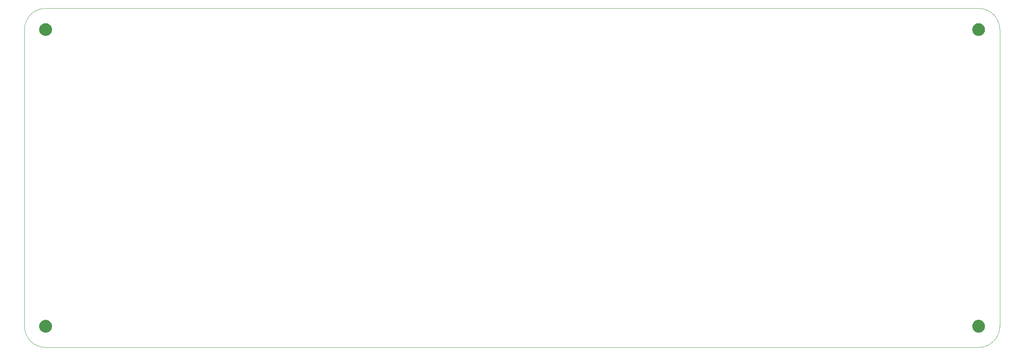
<source format=gbr>
%TF.GenerationSoftware,Altium Limited,Altium Designer,24.3.1 (35)*%
G04 Layer_Color=0*
%FSLAX43Y43*%
%MOMM*%
%TF.SameCoordinates,2EF1D394-34E5-4190-8ABA-250447B0B6E5*%
%TF.FilePolarity,Positive*%
%TF.FileFunction,Profile,NP*%
%TF.Part,Single*%
G01*
G75*
%TA.AperFunction,Profile*%
%ADD139C,0.025*%
G36*
X223500Y5000D02*
Y4852D01*
X223558Y4562D01*
X223671Y4289D01*
X223835Y4044D01*
X224044Y3835D01*
X224289Y3671D01*
X224562Y3558D01*
X224852Y3500D01*
X225000D01*
X225148D01*
X225438Y3558D01*
X225711Y3671D01*
X225956Y3835D01*
X226165Y4044D01*
X226329Y4289D01*
X226442Y4562D01*
X226500Y4852D01*
Y5000D01*
Y5148D01*
X226442Y5438D01*
X226329Y5711D01*
X226165Y5956D01*
X225956Y6165D01*
X225711Y6329D01*
X225438Y6442D01*
X225148Y6500D01*
X225000D01*
X224852D01*
X224562Y6442D01*
X224289Y6329D01*
X224044Y6165D01*
X223835Y5956D01*
X223671Y5711D01*
X223558Y5438D01*
X223500Y5148D01*
Y5000D01*
D01*
D02*
G37*
G36*
Y75000D02*
Y74852D01*
X223558Y74562D01*
X223671Y74289D01*
X223835Y74044D01*
X224044Y73835D01*
X224289Y73671D01*
X224562Y73558D01*
X224852Y73500D01*
X225000D01*
X225148D01*
X225438Y73558D01*
X225711Y73671D01*
X225956Y73835D01*
X226165Y74044D01*
X226329Y74289D01*
X226442Y74562D01*
X226500Y74852D01*
Y75000D01*
Y75148D01*
X226442Y75438D01*
X226329Y75711D01*
X226165Y75956D01*
X225956Y76165D01*
X225711Y76329D01*
X225438Y76442D01*
X225148Y76500D01*
X225000D01*
X224852D01*
X224562Y76442D01*
X224289Y76329D01*
X224044Y76165D01*
X223835Y75956D01*
X223671Y75711D01*
X223558Y75438D01*
X223500Y75148D01*
Y75000D01*
D01*
D02*
G37*
G36*
X3500Y5000D02*
Y4852D01*
X3558Y4562D01*
X3671Y4289D01*
X3835Y4044D01*
X4044Y3835D01*
X4289Y3671D01*
X4562Y3558D01*
X4852Y3500D01*
X5000D01*
X5148D01*
X5438Y3558D01*
X5711Y3671D01*
X5956Y3835D01*
X6165Y4044D01*
X6329Y4289D01*
X6442Y4562D01*
X6500Y4852D01*
Y5000D01*
Y5148D01*
X6442Y5438D01*
X6329Y5711D01*
X6165Y5956D01*
X5956Y6165D01*
X5711Y6329D01*
X5438Y6442D01*
X5148Y6500D01*
X5000D01*
X4852D01*
X4562Y6442D01*
X4289Y6329D01*
X4044Y6165D01*
X3835Y5956D01*
X3671Y5711D01*
X3558Y5438D01*
X3500Y5148D01*
Y5000D01*
D01*
D02*
G37*
G36*
X5000Y73500D02*
X4852D01*
X4562Y73558D01*
X4289Y73671D01*
X4044Y73835D01*
X3835Y74044D01*
X3671Y74289D01*
X3558Y74562D01*
X3500Y74852D01*
Y75000D01*
Y75148D01*
X3558Y75438D01*
X3671Y75711D01*
X3835Y75956D01*
X4044Y76165D01*
X4289Y76329D01*
X4562Y76442D01*
X4852Y76500D01*
X5000D01*
X5148D01*
X5438Y76442D01*
X5711Y76329D01*
X5956Y76165D01*
X6165Y75956D01*
X6329Y75711D01*
X6442Y75438D01*
X6500Y75148D01*
Y75000D01*
Y74852D01*
X6442Y74562D01*
X6329Y74289D01*
X6165Y74044D01*
X5956Y73835D01*
X5711Y73671D01*
X5438Y73558D01*
X5148Y73500D01*
X5000D01*
D01*
D02*
G37*
D139*
X0Y5000D02*
X0Y74950D01*
X0Y75000D01*
D02*
G02*
X5000Y80000I5000J0D01*
G01*
X225000D01*
D02*
G02*
X230000Y75000I0J-5000D01*
G01*
Y74900D01*
X230000Y4950D01*
X230000Y5000D01*
D02*
G02*
X225000Y0I-5000J0D01*
G01*
X5000D01*
D02*
G02*
X0Y5000I0J5000D01*
G01*
%TF.MD5,b19b98005762f2ca2c45104629bec5a8*%
M02*

</source>
